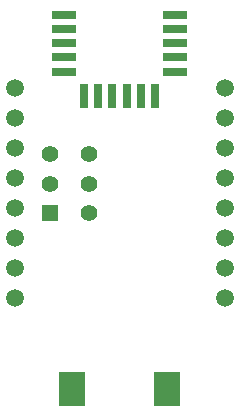
<source format=gbs>
G04 #@! TF.GenerationSoftware,KiCad,Pcbnew,(6.0.7-1)-1*
G04 #@! TF.CreationDate,2022-09-24T13:58:25+09:00*
G04 #@! TF.ProjectId,EB-BM71,45422d42-4d37-4312-9e6b-696361645f70,V1.0*
G04 #@! TF.SameCoordinates,Original*
G04 #@! TF.FileFunction,Soldermask,Bot*
G04 #@! TF.FilePolarity,Negative*
%FSLAX46Y46*%
G04 Gerber Fmt 4.6, Leading zero omitted, Abs format (unit mm)*
G04 Created by KiCad (PCBNEW (6.0.7-1)-1) date 2022-09-24 13:58:25*
%MOMM*%
%LPD*%
G01*
G04 APERTURE LIST*
%ADD10C,1.500000*%
%ADD11R,2.200000X3.000000*%
%ADD12R,2.000000X0.800000*%
%ADD13R,0.800000X2.000000*%
%ADD14R,1.400000X1.400000*%
%ADD15C,1.400000*%
G04 APERTURE END LIST*
D10*
X8890000Y0D03*
X8890000Y-2540000D03*
X8890000Y-5080000D03*
X8890000Y-7620000D03*
X8890000Y-10160000D03*
X8890000Y-12700000D03*
X8890000Y-15240000D03*
X8890000Y-17780000D03*
D11*
X4000000Y-25500000D03*
X-4000000Y-25500000D03*
D12*
X-4700000Y6200000D03*
X-4700000Y5000000D03*
X-4700000Y3800000D03*
X-4700000Y2600000D03*
X-4700000Y1400000D03*
D13*
X-3000000Y-700000D03*
X-1800000Y-700000D03*
X-600000Y-700000D03*
X600000Y-700000D03*
X1800000Y-700000D03*
X3000000Y-700000D03*
D12*
X4700000Y1400000D03*
X4700000Y2600000D03*
X4700000Y3800000D03*
X4700000Y5000000D03*
X4700000Y6200000D03*
D10*
X-8890000Y0D03*
X-8890000Y-2540000D03*
X-8890000Y-5080000D03*
X-8890000Y-7620000D03*
X-8890000Y-10160000D03*
X-8890000Y-12700000D03*
X-8890000Y-15240000D03*
X-8890000Y-17780000D03*
D14*
X-5850000Y-10600000D03*
D15*
X-5850000Y-8100000D03*
X-5850000Y-5600000D03*
X-2550000Y-10600000D03*
X-2550000Y-8100000D03*
X-2550000Y-5600000D03*
M02*

</source>
